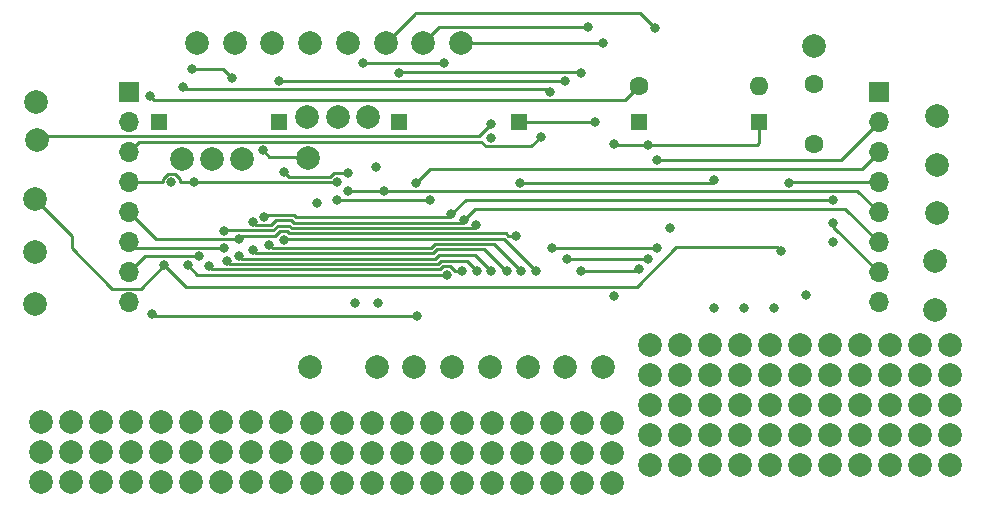
<source format=gbl>
G04 #@! TF.GenerationSoftware,KiCad,Pcbnew,6.0.9-8da3e8f707~116~ubuntu20.04.1*
G04 #@! TF.CreationDate,2022-11-05T19:19:53+00:00*
G04 #@! TF.ProjectId,slrm,736c726d-2e6b-4696-9361-645f70636258,rev?*
G04 #@! TF.SameCoordinates,Original*
G04 #@! TF.FileFunction,Copper,L4,Bot*
G04 #@! TF.FilePolarity,Positive*
%FSLAX46Y46*%
G04 Gerber Fmt 4.6, Leading zero omitted, Abs format (unit mm)*
G04 Created by KiCad (PCBNEW 6.0.9-8da3e8f707~116~ubuntu20.04.1) date 2022-11-05 19:19:53*
%MOMM*%
%LPD*%
G01*
G04 APERTURE LIST*
G04 #@! TA.AperFunction,ComponentPad*
%ADD10C,2.000000*%
G04 #@! TD*
G04 #@! TA.AperFunction,ComponentPad*
%ADD11R,1.350000X1.350000*%
G04 #@! TD*
G04 #@! TA.AperFunction,ComponentPad*
%ADD12C,1.600000*%
G04 #@! TD*
G04 #@! TA.AperFunction,ComponentPad*
%ADD13R,1.700000X1.700000*%
G04 #@! TD*
G04 #@! TA.AperFunction,ComponentPad*
%ADD14O,1.700000X1.700000*%
G04 #@! TD*
G04 #@! TA.AperFunction,ComponentPad*
%ADD15O,1.600000X1.600000*%
G04 #@! TD*
G04 #@! TA.AperFunction,ViaPad*
%ADD16C,0.800000*%
G04 #@! TD*
G04 #@! TA.AperFunction,Conductor*
%ADD17C,0.250000*%
G04 #@! TD*
G04 APERTURE END LIST*
D10*
X111940000Y-114290000D03*
X122100000Y-114290000D03*
X119560000Y-119370000D03*
X114480000Y-114290000D03*
X127180000Y-114290000D03*
X111940000Y-119370000D03*
X117020000Y-116830000D03*
X132260000Y-114290000D03*
X122100000Y-116830000D03*
X119560000Y-114290000D03*
X117020000Y-114290000D03*
X119560000Y-116830000D03*
X129720000Y-116830000D03*
X132260000Y-116830000D03*
X117020000Y-119370000D03*
X114480000Y-116830000D03*
X127180000Y-116830000D03*
X124640000Y-116830000D03*
X129720000Y-114290000D03*
X114480000Y-119370000D03*
X124640000Y-119370000D03*
X111940000Y-116830000D03*
X129720000Y-119370000D03*
X127180000Y-119370000D03*
X122100000Y-119370000D03*
X124640000Y-114290000D03*
X132260000Y-119370000D03*
X140020000Y-114360000D03*
X150180000Y-114360000D03*
X147640000Y-119440000D03*
X142560000Y-114360000D03*
X155260000Y-114360000D03*
X140020000Y-119440000D03*
X134940000Y-116900000D03*
X145100000Y-116900000D03*
X160340000Y-114360000D03*
X150180000Y-116900000D03*
X147640000Y-114360000D03*
X145100000Y-114360000D03*
X137480000Y-116900000D03*
X147640000Y-116900000D03*
X157800000Y-116900000D03*
X160340000Y-116900000D03*
X145100000Y-119440000D03*
X134940000Y-119440000D03*
X142560000Y-116900000D03*
X155260000Y-116900000D03*
X152720000Y-116900000D03*
X157800000Y-114360000D03*
X137480000Y-114360000D03*
X134940000Y-114360000D03*
X142560000Y-119440000D03*
X152720000Y-119440000D03*
X140020000Y-116900000D03*
X157800000Y-119440000D03*
X155260000Y-119440000D03*
X150180000Y-119440000D03*
X137480000Y-119440000D03*
X152720000Y-114360000D03*
X160340000Y-119440000D03*
X188930000Y-117940000D03*
X186390000Y-117940000D03*
X183850000Y-117940000D03*
X181310000Y-117940000D03*
X178770000Y-117940000D03*
X176230000Y-117940000D03*
X173690000Y-117940000D03*
X171150000Y-117940000D03*
X168610000Y-117940000D03*
X166070000Y-117940000D03*
X163530000Y-117940000D03*
X188930000Y-115400000D03*
X186390000Y-115400000D03*
X183850000Y-115400000D03*
X181310000Y-115400000D03*
X178770000Y-115400000D03*
X176230000Y-115400000D03*
X173690000Y-115400000D03*
X171150000Y-115400000D03*
X168610000Y-115400000D03*
X166070000Y-115400000D03*
X163530000Y-115400000D03*
X188930000Y-112860000D03*
X186390000Y-112860000D03*
X183850000Y-112860000D03*
X181310000Y-112860000D03*
X178770000Y-112860000D03*
X176230000Y-112860000D03*
X173690000Y-112860000D03*
X171150000Y-112860000D03*
X168610000Y-112860000D03*
X166070000Y-112860000D03*
X163530000Y-112860000D03*
X188930000Y-110320000D03*
X186390000Y-110320000D03*
X183850000Y-110320000D03*
X181310000Y-110320000D03*
X178770000Y-110320000D03*
X176230000Y-110320000D03*
X173690000Y-110320000D03*
X171150000Y-110320000D03*
X168610000Y-110320000D03*
X166070000Y-110320000D03*
X163530000Y-110320000D03*
X188930000Y-107780000D03*
X186390000Y-107780000D03*
X183850000Y-107780000D03*
X181310000Y-107780000D03*
X178770000Y-107780000D03*
X176230000Y-107780000D03*
X173690000Y-107780000D03*
X171150000Y-107780000D03*
X168610000Y-107780000D03*
X166070000Y-107780000D03*
X163530000Y-107780000D03*
X134700000Y-109620000D03*
X177400000Y-82440000D03*
X140390000Y-109590000D03*
X149964998Y-109590000D03*
X143581666Y-109590000D03*
X146773332Y-109590000D03*
X153156664Y-109590000D03*
X156348330Y-109590000D03*
X159540000Y-109590000D03*
X123930000Y-91990000D03*
X126440000Y-91990000D03*
X128980000Y-91990000D03*
X134600000Y-91920000D03*
X134520000Y-88460000D03*
X137120000Y-88460000D03*
X139660000Y-88460000D03*
X147520000Y-82190000D03*
X144327142Y-82190000D03*
X141134285Y-82190000D03*
X137941428Y-82190000D03*
X134748571Y-82190000D03*
X131555714Y-82190000D03*
X128362857Y-82190000D03*
X125170000Y-82190000D03*
D11*
X121920000Y-88900000D03*
X162560000Y-88900000D03*
D10*
X187629800Y-100660200D03*
X111480600Y-104241600D03*
D12*
X177400000Y-85690000D03*
X177400000Y-90690000D03*
D11*
X142240000Y-88900000D03*
D10*
X111480600Y-99898200D03*
X111480600Y-95427800D03*
X111582200Y-87172800D03*
D13*
X119380000Y-86360000D03*
D14*
X119380000Y-88900000D03*
X119380000Y-91440000D03*
X119380000Y-93980000D03*
X119380000Y-96520000D03*
X119380000Y-99060000D03*
X119380000Y-101600000D03*
X119380000Y-104140000D03*
D12*
X162585400Y-85826600D03*
D15*
X172745400Y-85826600D03*
D13*
X182880000Y-86360000D03*
D14*
X182880000Y-88900000D03*
X182880000Y-91440000D03*
X182880000Y-93980000D03*
X182880000Y-96520000D03*
X182880000Y-99060000D03*
X182880000Y-101600000D03*
X182880000Y-104140000D03*
D11*
X132080000Y-88900000D03*
X172720000Y-88900000D03*
D10*
X187680600Y-104749600D03*
X187807600Y-96545400D03*
X187858400Y-92481400D03*
X111600000Y-90410000D03*
D11*
X152400000Y-88900000D03*
D10*
X187833000Y-88366600D03*
D16*
X130750000Y-91249500D03*
X158270000Y-80820000D03*
X160470000Y-90710000D03*
X163910000Y-80910000D03*
X159570000Y-82210000D03*
X128120000Y-85150000D03*
X124750000Y-84420000D03*
X139270000Y-83840000D03*
X146060000Y-83900000D03*
X138585685Y-104205946D03*
X176700000Y-103500000D03*
X140350000Y-92650000D03*
X135320000Y-95750000D03*
X179000000Y-99000000D03*
X168930000Y-104600000D03*
X174040000Y-104630000D03*
X150100000Y-90200000D03*
X140500000Y-104200000D03*
X123000000Y-93980000D03*
X165240000Y-97820000D03*
X171480000Y-104630000D03*
X160500000Y-103600000D03*
X121195500Y-86700000D03*
X154300000Y-90100000D03*
X137000000Y-95451000D03*
X144900000Y-95451000D03*
X137000000Y-93980000D03*
X124900000Y-93980000D03*
X128700000Y-98800000D03*
X152200000Y-98500000D03*
X127482600Y-98075500D03*
X148800000Y-97575500D03*
X127500000Y-99524500D03*
X121400000Y-105100000D03*
X125345059Y-100249000D03*
X143800000Y-105300000D03*
X155100000Y-86300000D03*
X124000000Y-85900000D03*
X156300000Y-85400000D03*
X132100000Y-85375500D03*
X157700000Y-84700000D03*
X142300000Y-84675500D03*
X158900000Y-88900000D03*
X162600000Y-101300000D03*
X157700000Y-101500000D03*
X163400000Y-90800000D03*
X156500000Y-100500000D03*
X163400000Y-100500000D03*
X155200000Y-99500000D03*
X164124500Y-99500000D03*
X164124500Y-92100000D03*
X143700000Y-94000000D03*
X175300000Y-94000000D03*
X138000000Y-93192600D03*
X138000000Y-94726500D03*
X132537200Y-93141800D03*
X141000000Y-94726500D03*
X129921000Y-97325500D03*
X147818154Y-97125500D03*
X130885397Y-96875500D03*
X146710400Y-96675500D03*
X179000000Y-97400000D03*
X179000000Y-95450500D03*
X174600000Y-99800000D03*
X122402600Y-100973500D03*
X146300000Y-101800000D03*
X124383800Y-100973500D03*
X126200000Y-101075500D03*
X147600000Y-101500000D03*
X148900000Y-101500000D03*
X127700000Y-100625500D03*
X150100000Y-101500000D03*
X128700000Y-100175500D03*
X129900000Y-99725500D03*
X151400000Y-101500000D03*
X152600000Y-101500000D03*
X131300000Y-99275500D03*
X153900000Y-101500000D03*
X132500000Y-98825500D03*
X168940000Y-93780000D03*
X152560000Y-94001500D03*
X150090000Y-89010000D03*
D17*
X130750000Y-91249500D02*
X131300500Y-91800000D01*
X131300500Y-91800000D02*
X134480000Y-91800000D01*
X134480000Y-91800000D02*
X134600000Y-91920000D01*
X158270000Y-80820000D02*
X145697142Y-80820000D01*
X145697142Y-80820000D02*
X144327142Y-82190000D01*
X160560000Y-90800000D02*
X160470000Y-90710000D01*
X163400000Y-90800000D02*
X160560000Y-90800000D01*
X162670000Y-79670000D02*
X143640000Y-79670000D01*
X163910000Y-80910000D02*
X162670000Y-79670000D01*
X143640000Y-79684285D02*
X141134285Y-82190000D01*
X143640000Y-79670000D02*
X143640000Y-79684285D01*
X159570000Y-82210000D02*
X159550000Y-82190000D01*
X159550000Y-82190000D02*
X147520000Y-82190000D01*
X127390000Y-84420000D02*
X124750000Y-84420000D01*
X128120000Y-85150000D02*
X127390000Y-84420000D01*
X146060000Y-83900000D02*
X139330000Y-83900000D01*
X139330000Y-83900000D02*
X139270000Y-83840000D01*
X132537200Y-93141800D02*
X132925400Y-93530000D01*
X132925400Y-93530000D02*
X136424695Y-93530000D01*
X136424695Y-93530000D02*
X136762095Y-93192600D01*
X136762095Y-93192600D02*
X138000000Y-93192600D01*
X154300000Y-90100000D02*
X153475000Y-90925000D01*
X149611396Y-90925000D02*
X149211396Y-90525000D01*
X153475000Y-90925000D02*
X149611396Y-90925000D01*
X149211396Y-90525000D02*
X120295000Y-90525000D01*
X120295000Y-90525000D02*
X119380000Y-91440000D01*
X121520500Y-87025000D02*
X121195500Y-86700000D01*
X161387000Y-87025000D02*
X121520500Y-87025000D01*
X161387000Y-87025000D02*
X162585400Y-85826600D01*
X123300305Y-93255000D02*
X122699695Y-93255000D01*
X137000000Y-93980000D02*
X124900000Y-93980000D01*
X122275000Y-93980000D02*
X119380000Y-93980000D01*
X144900000Y-95451000D02*
X137000000Y-95451000D01*
X123725000Y-93980000D02*
X123725000Y-93679695D01*
X122275000Y-93679695D02*
X122275000Y-93980000D01*
X122699695Y-93255000D02*
X122275000Y-93679695D01*
X124900000Y-93980000D02*
X123725000Y-93980000D01*
X123725000Y-93679695D02*
X123300305Y-93255000D01*
X132199695Y-98100500D02*
X132800305Y-98100500D01*
X132800305Y-98100500D02*
X132999805Y-98300000D01*
X128700000Y-98800000D02*
X129000000Y-98500000D01*
X151536396Y-98500000D02*
X152200000Y-98500000D01*
X132999805Y-98300000D02*
X151336396Y-98300000D01*
X128700000Y-98800000D02*
X121660000Y-98800000D01*
X129000000Y-98500000D02*
X131800195Y-98500000D01*
X121660000Y-98800000D02*
X119380000Y-96520000D01*
X151336396Y-98300000D02*
X151536396Y-98500000D01*
X131800195Y-98500000D02*
X132199695Y-98100500D01*
X119844500Y-99524500D02*
X119380000Y-99060000D01*
X132986701Y-97650500D02*
X133186201Y-97850000D01*
X131613799Y-98050000D02*
X132013299Y-97650500D01*
X133186201Y-97850000D02*
X148525500Y-97850000D01*
X127482600Y-98075500D02*
X127508100Y-98050000D01*
X127500000Y-99524500D02*
X119844500Y-99524500D01*
X148525500Y-97850000D02*
X148800000Y-97575500D01*
X127508100Y-98050000D02*
X131613799Y-98050000D01*
X132013299Y-97650500D02*
X132986701Y-97650500D01*
X120731000Y-100249000D02*
X119380000Y-101600000D01*
X121600000Y-105300000D02*
X121400000Y-105100000D01*
X125345059Y-100249000D02*
X120731000Y-100249000D01*
X143800000Y-105300000D02*
X121600000Y-105300000D01*
X124200000Y-86100000D02*
X154900000Y-86100000D01*
X124000000Y-85900000D02*
X124200000Y-86100000D01*
X154900000Y-86100000D02*
X155100000Y-86300000D01*
X132100000Y-85375500D02*
X132124500Y-85400000D01*
X132124500Y-85400000D02*
X156300000Y-85400000D01*
X142300500Y-84675000D02*
X142300000Y-84675500D01*
X157700000Y-84700000D02*
X157675000Y-84675000D01*
X157675000Y-84675000D02*
X142300500Y-84675000D01*
X158900000Y-88900000D02*
X152400000Y-88900000D01*
X162400000Y-101500000D02*
X162600000Y-101300000D01*
X157700000Y-101500000D02*
X162400000Y-101500000D01*
X172720000Y-88900000D02*
X172720000Y-90680000D01*
X156500000Y-100500000D02*
X163400000Y-100500000D01*
X172600000Y-90800000D02*
X163400000Y-90800000D01*
X172720000Y-90680000D02*
X172600000Y-90800000D01*
X155200000Y-99500000D02*
X164124500Y-99500000D01*
X164124500Y-92100000D02*
X179680000Y-92100000D01*
X182880000Y-88900000D02*
X179680000Y-92100000D01*
X182880000Y-91440000D02*
X181495000Y-92825000D01*
X144875000Y-92825000D02*
X143700000Y-94000000D01*
X181495000Y-92825000D02*
X144875000Y-92825000D01*
X175320000Y-93980000D02*
X175300000Y-94000000D01*
X182880000Y-93980000D02*
X175320000Y-93980000D01*
X182880000Y-96520000D02*
X181086000Y-94726000D01*
X141000500Y-94726000D02*
X141000000Y-94726500D01*
X181086000Y-94726000D02*
X141000500Y-94726000D01*
X141000000Y-94726500D02*
X138000000Y-94726500D01*
X131427403Y-97600000D02*
X131826903Y-97200500D01*
X133372597Y-97400000D02*
X147543654Y-97400000D01*
X129921000Y-97325500D02*
X130195500Y-97600000D01*
X180020000Y-96200000D02*
X182880000Y-99060000D01*
X147818154Y-97125500D02*
X148743654Y-96200000D01*
X131826903Y-97200500D02*
X133173097Y-97200500D01*
X148743654Y-96200000D02*
X180020000Y-96200000D01*
X133173097Y-97200500D02*
X133372597Y-97400000D01*
X130195500Y-97600000D02*
X131427403Y-97600000D01*
X147543654Y-97400000D02*
X147818154Y-97125500D01*
X147935400Y-95450500D02*
X179000000Y-95450500D01*
X146435900Y-96950000D02*
X146710400Y-96675500D01*
X131010397Y-96750500D02*
X133359493Y-96750500D01*
X146710400Y-96675500D02*
X147935400Y-95450500D01*
X130885397Y-96875500D02*
X131010397Y-96750500D01*
X182880000Y-101600000D02*
X179000000Y-97720000D01*
X133558993Y-96950000D02*
X146435900Y-96950000D01*
X133359493Y-96750500D02*
X133558993Y-96950000D01*
X179000000Y-97720000D02*
X179000000Y-97400000D01*
X124229100Y-102800000D02*
X162400000Y-102800000D01*
X117976400Y-102965000D02*
X114579400Y-99568000D01*
X122402600Y-100973500D02*
X124229100Y-102800000D01*
X165725000Y-99475000D02*
X174275000Y-99475000D01*
X174275000Y-99475000D02*
X174600000Y-99800000D01*
X114579400Y-98526600D02*
X111480600Y-95427800D01*
X122402600Y-100973500D02*
X120411100Y-102965000D01*
X162400000Y-102800000D02*
X165725000Y-99475000D01*
X120411100Y-102965000D02*
X117976400Y-102965000D01*
X114579400Y-99568000D02*
X114579400Y-98526600D01*
X124383800Y-100973500D02*
X125210300Y-101800000D01*
X125210300Y-101800000D02*
X146300000Y-101800000D01*
X145999695Y-101075000D02*
X145724695Y-101350000D01*
X145724695Y-101350000D02*
X126474500Y-101350000D01*
X147025000Y-101500000D02*
X147025000Y-101499695D01*
X146600305Y-101075000D02*
X145999695Y-101075000D01*
X126474500Y-101350000D02*
X126200000Y-101075500D01*
X147025000Y-101499695D02*
X146600305Y-101075000D01*
X147600000Y-101500000D02*
X147025000Y-101500000D01*
X127974500Y-100900000D02*
X127700000Y-100625500D01*
X145813299Y-100625000D02*
X145538299Y-100900000D01*
X145538299Y-100900000D02*
X127974500Y-100900000D01*
X148900000Y-101500000D02*
X148025000Y-100625000D01*
X148025000Y-100625000D02*
X145813299Y-100625000D01*
X145351903Y-100450000D02*
X128974500Y-100450000D01*
X145701903Y-100100000D02*
X145351903Y-100450000D01*
X148700000Y-100100000D02*
X145701903Y-100100000D01*
X150100000Y-101500000D02*
X148700000Y-100100000D01*
X128974500Y-100450000D02*
X128700000Y-100175500D01*
X129900000Y-99725500D02*
X130174500Y-100000000D01*
X130174500Y-100000000D02*
X145165507Y-100000000D01*
X149450000Y-99650000D02*
X151300000Y-101500000D01*
X151300000Y-101500000D02*
X151400000Y-101500000D01*
X145515507Y-99650000D02*
X149450000Y-99650000D01*
X145165507Y-100000000D02*
X145515507Y-99650000D01*
X144979111Y-99550000D02*
X145329111Y-99200000D01*
X131574500Y-99550000D02*
X144979111Y-99550000D01*
X131300000Y-99275500D02*
X131574500Y-99550000D01*
X150300000Y-99200000D02*
X152600000Y-101500000D01*
X145329111Y-99200000D02*
X150300000Y-99200000D01*
X151150000Y-98750000D02*
X153900000Y-101500000D01*
X132575500Y-98750000D02*
X151150000Y-98750000D01*
X132500000Y-98825500D02*
X132575500Y-98750000D01*
X152578500Y-94020000D02*
X168700000Y-94020000D01*
X149025000Y-90075000D02*
X111935000Y-90075000D01*
X111935000Y-90075000D02*
X111600000Y-90410000D01*
X168700000Y-94020000D02*
X168940000Y-93780000D01*
X150090000Y-89010000D02*
X149025000Y-90075000D01*
X152560000Y-94001500D02*
X152578500Y-94020000D01*
M02*

</source>
